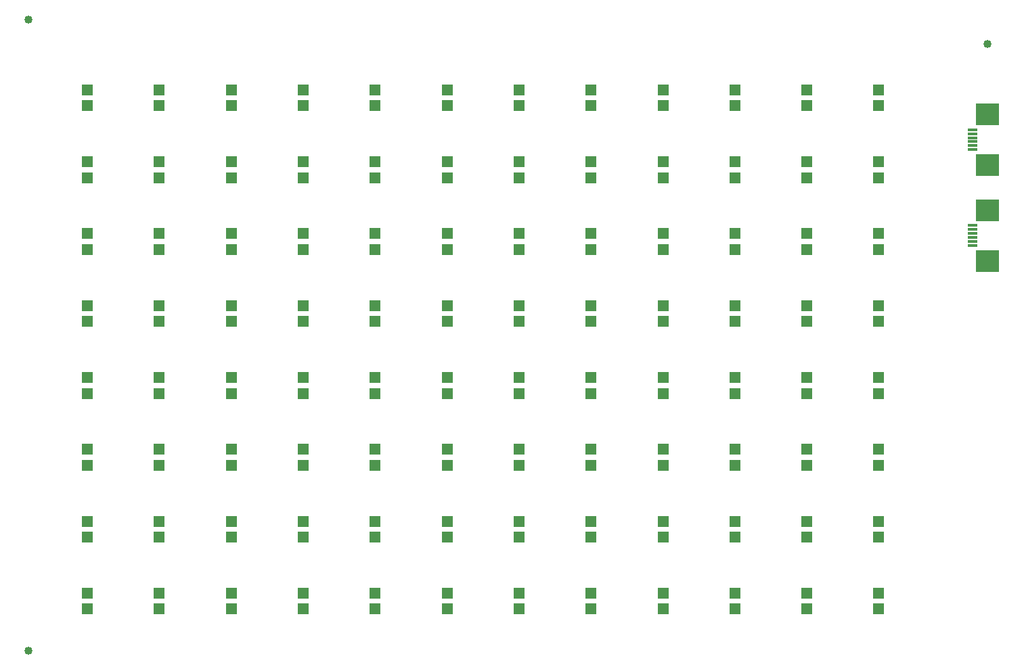
<source format=gbr>
G04 EAGLE Gerber RS-274X export*
G75*
%MOMM*%
%FSLAX34Y34*%
%LPD*%
%INSolderpaste Top*%
%IPPOS*%
%AMOC8*
5,1,8,0,0,1.08239X$1,22.5*%
G01*
%ADD10R,1.450000X1.450000*%
%ADD11C,1.016000*%
%ADD12R,1.200000X0.300000*%
%ADD13R,3.000000X2.700000*%


D10*
X193800Y812400D03*
X193800Y792400D03*
X283800Y812400D03*
X283800Y792400D03*
X373800Y812400D03*
X373800Y792400D03*
X463800Y812400D03*
X463800Y792400D03*
X553800Y812400D03*
X553800Y792400D03*
X643800Y812400D03*
X643800Y792400D03*
X733800Y812400D03*
X733800Y792400D03*
X823800Y812400D03*
X823800Y792400D03*
X913800Y812400D03*
X913800Y792400D03*
X1003800Y812400D03*
X1003800Y792400D03*
X1093800Y812400D03*
X1093800Y792400D03*
X1183800Y812400D03*
X1183800Y792400D03*
X193800Y722400D03*
X193800Y702400D03*
X283800Y722400D03*
X283800Y702400D03*
X373800Y722400D03*
X373800Y702400D03*
X463800Y722400D03*
X463800Y702400D03*
X553800Y722400D03*
X553800Y702400D03*
X643800Y722400D03*
X643800Y702400D03*
X733800Y722400D03*
X733800Y702400D03*
X823800Y722400D03*
X823800Y702400D03*
X913800Y722400D03*
X913800Y702400D03*
X1003800Y722400D03*
X1003800Y702400D03*
X1093800Y722400D03*
X1093800Y702400D03*
X1183800Y722400D03*
X1183800Y702400D03*
X193800Y632400D03*
X193800Y612400D03*
X283800Y632400D03*
X283800Y612400D03*
X373800Y632400D03*
X373800Y612400D03*
X463800Y632400D03*
X463800Y612400D03*
X553800Y632400D03*
X553800Y612400D03*
X643800Y632400D03*
X643800Y612400D03*
X733800Y632400D03*
X733800Y612400D03*
X823800Y632400D03*
X823800Y612400D03*
X913800Y632400D03*
X913800Y612400D03*
X1003800Y632400D03*
X1003800Y612400D03*
X1093800Y632400D03*
X1093800Y612400D03*
X1183800Y632400D03*
X1183800Y612400D03*
X193800Y542400D03*
X193800Y522400D03*
X283800Y542400D03*
X283800Y522400D03*
X373800Y542400D03*
X373800Y522400D03*
X463800Y542400D03*
X463800Y522400D03*
X553800Y542400D03*
X553800Y522400D03*
X643800Y542400D03*
X643800Y522400D03*
X733800Y542400D03*
X733800Y522400D03*
X823800Y542400D03*
X823800Y522400D03*
X913800Y542400D03*
X913800Y522400D03*
X1003800Y542400D03*
X1003800Y522400D03*
X1093800Y542400D03*
X1093800Y522400D03*
X1183800Y542400D03*
X1183800Y522400D03*
X193800Y362400D03*
X193800Y342400D03*
X283800Y362400D03*
X283800Y342400D03*
X373800Y362400D03*
X373800Y342400D03*
X463800Y362400D03*
X463800Y342400D03*
X553800Y362400D03*
X553800Y342400D03*
X643800Y362400D03*
X643800Y342400D03*
X733800Y362400D03*
X733800Y342400D03*
X823800Y362400D03*
X823800Y342400D03*
X913800Y362400D03*
X913800Y342400D03*
X1003800Y362400D03*
X1003800Y342400D03*
X1093800Y362400D03*
X1093800Y342400D03*
X1183800Y362400D03*
X1183800Y342400D03*
X193800Y272400D03*
X193800Y252400D03*
X283800Y272400D03*
X283800Y252400D03*
X373800Y272400D03*
X373800Y252400D03*
X463800Y272400D03*
X463800Y252400D03*
X553800Y272400D03*
X553800Y252400D03*
X643800Y272400D03*
X643800Y252400D03*
X733800Y272400D03*
X733800Y252400D03*
X823800Y272400D03*
X823800Y252400D03*
X913800Y272400D03*
X913800Y252400D03*
X1003800Y272400D03*
X1003800Y252400D03*
X1093800Y272400D03*
X1093800Y252400D03*
X1183800Y272400D03*
X1183800Y252400D03*
X193800Y182400D03*
X193800Y162400D03*
X283800Y182400D03*
X283800Y162400D03*
X373800Y182400D03*
X373800Y162400D03*
X463800Y182400D03*
X463800Y162400D03*
X553800Y182400D03*
X553800Y162400D03*
X643800Y182400D03*
X643800Y162400D03*
X733800Y182400D03*
X733800Y162400D03*
X823800Y182400D03*
X823800Y162400D03*
X913800Y182400D03*
X913800Y162400D03*
X1003800Y182400D03*
X1003800Y162400D03*
X1093800Y182400D03*
X1093800Y162400D03*
X1183800Y182400D03*
X1183800Y162400D03*
X193800Y452400D03*
X193800Y432400D03*
X283800Y452400D03*
X283800Y432400D03*
X373800Y452400D03*
X373800Y432400D03*
X463800Y452400D03*
X463800Y432400D03*
X553800Y452400D03*
X553800Y432400D03*
X643800Y452400D03*
X643800Y432400D03*
X733800Y452400D03*
X733800Y432400D03*
X823800Y452400D03*
X823800Y432400D03*
X913800Y452400D03*
X913800Y432400D03*
X1003800Y452400D03*
X1003800Y432400D03*
X1093800Y452400D03*
X1093800Y432400D03*
X1183800Y452400D03*
X1183800Y432400D03*
D11*
X120000Y900000D03*
X120000Y110000D03*
X1320000Y870000D03*
D12*
X1301000Y737500D03*
X1301000Y742500D03*
X1301000Y747500D03*
X1301000Y752500D03*
X1301000Y757500D03*
X1301000Y762500D03*
D13*
X1320000Y718200D03*
X1320000Y781800D03*
D12*
X1301000Y617500D03*
X1301000Y622500D03*
X1301000Y627500D03*
X1301000Y632500D03*
X1301000Y637500D03*
X1301000Y642500D03*
D13*
X1320000Y598200D03*
X1320000Y661800D03*
M02*

</source>
